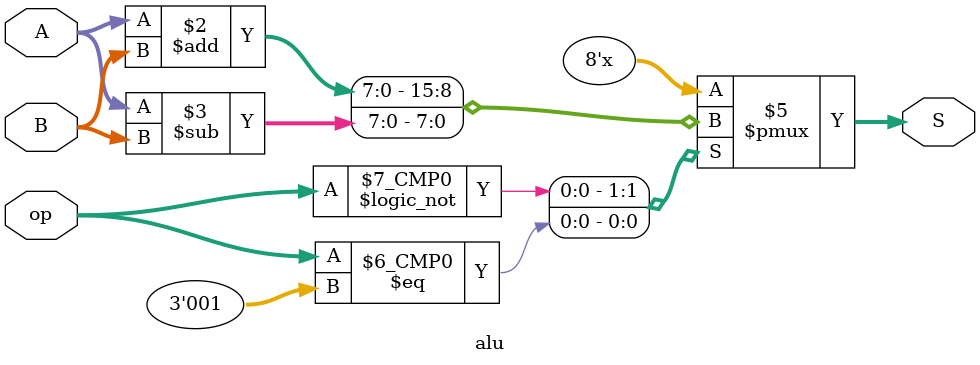
<source format=sv>
module alu (
    input logic [7:0] A, B,
    input logic [2:0] op,
    output logic [7:0] S
);
    always_comb begin
        unique case (op)
            3'd0: S = A + B;
            3'd1: S = A - B;
        endcase
    end
endmodule
</source>
